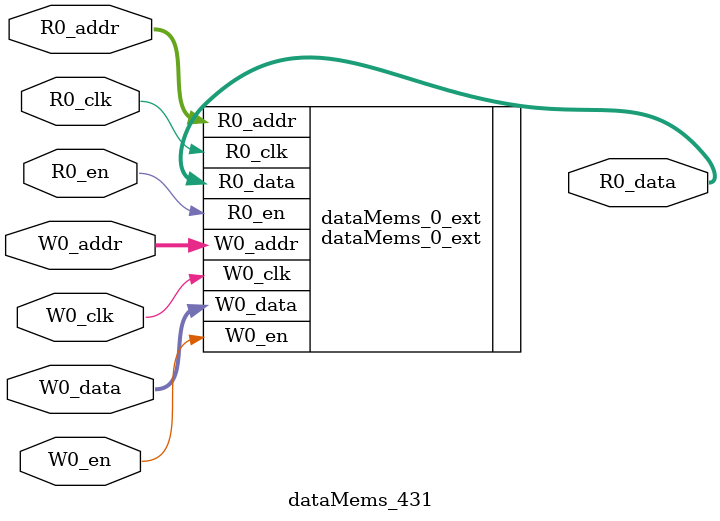
<source format=sv>
`ifndef RANDOMIZE
  `ifdef RANDOMIZE_REG_INIT
    `define RANDOMIZE
  `endif // RANDOMIZE_REG_INIT
`endif // not def RANDOMIZE
`ifndef RANDOMIZE
  `ifdef RANDOMIZE_MEM_INIT
    `define RANDOMIZE
  `endif // RANDOMIZE_MEM_INIT
`endif // not def RANDOMIZE

`ifndef RANDOM
  `define RANDOM $random
`endif // not def RANDOM

// Users can define 'PRINTF_COND' to add an extra gate to prints.
`ifndef PRINTF_COND_
  `ifdef PRINTF_COND
    `define PRINTF_COND_ (`PRINTF_COND)
  `else  // PRINTF_COND
    `define PRINTF_COND_ 1
  `endif // PRINTF_COND
`endif // not def PRINTF_COND_

// Users can define 'ASSERT_VERBOSE_COND' to add an extra gate to assert error printing.
`ifndef ASSERT_VERBOSE_COND_
  `ifdef ASSERT_VERBOSE_COND
    `define ASSERT_VERBOSE_COND_ (`ASSERT_VERBOSE_COND)
  `else  // ASSERT_VERBOSE_COND
    `define ASSERT_VERBOSE_COND_ 1
  `endif // ASSERT_VERBOSE_COND
`endif // not def ASSERT_VERBOSE_COND_

// Users can define 'STOP_COND' to add an extra gate to stop conditions.
`ifndef STOP_COND_
  `ifdef STOP_COND
    `define STOP_COND_ (`STOP_COND)
  `else  // STOP_COND
    `define STOP_COND_ 1
  `endif // STOP_COND
`endif // not def STOP_COND_

// Users can define INIT_RANDOM as general code that gets injected into the
// initializer block for modules with registers.
`ifndef INIT_RANDOM
  `define INIT_RANDOM
`endif // not def INIT_RANDOM

// If using random initialization, you can also define RANDOMIZE_DELAY to
// customize the delay used, otherwise 0.002 is used.
`ifndef RANDOMIZE_DELAY
  `define RANDOMIZE_DELAY 0.002
`endif // not def RANDOMIZE_DELAY

// Define INIT_RANDOM_PROLOG_ for use in our modules below.
`ifndef INIT_RANDOM_PROLOG_
  `ifdef RANDOMIZE
    `ifdef VERILATOR
      `define INIT_RANDOM_PROLOG_ `INIT_RANDOM
    `else  // VERILATOR
      `define INIT_RANDOM_PROLOG_ `INIT_RANDOM #`RANDOMIZE_DELAY begin end
    `endif // VERILATOR
  `else  // RANDOMIZE
    `define INIT_RANDOM_PROLOG_
  `endif // RANDOMIZE
`endif // not def INIT_RANDOM_PROLOG_

// Include register initializers in init blocks unless synthesis is set
`ifndef SYNTHESIS
  `ifndef ENABLE_INITIAL_REG_
    `define ENABLE_INITIAL_REG_
  `endif // not def ENABLE_INITIAL_REG_
`endif // not def SYNTHESIS

// Include rmemory initializers in init blocks unless synthesis is set
`ifndef SYNTHESIS
  `ifndef ENABLE_INITIAL_MEM_
    `define ENABLE_INITIAL_MEM_
  `endif // not def ENABLE_INITIAL_MEM_
`endif // not def SYNTHESIS

module dataMems_431(	// @[generators/ara/src/main/scala/UnsafeAXI4ToTL.scala:365:62]
  input  [4:0]  R0_addr,
  input         R0_en,
  input         R0_clk,
  output [66:0] R0_data,
  input  [4:0]  W0_addr,
  input         W0_en,
  input         W0_clk,
  input  [66:0] W0_data
);

  dataMems_0_ext dataMems_0_ext (	// @[generators/ara/src/main/scala/UnsafeAXI4ToTL.scala:365:62]
    .R0_addr (R0_addr),
    .R0_en   (R0_en),
    .R0_clk  (R0_clk),
    .R0_data (R0_data),
    .W0_addr (W0_addr),
    .W0_en   (W0_en),
    .W0_clk  (W0_clk),
    .W0_data (W0_data)
  );
endmodule


</source>
